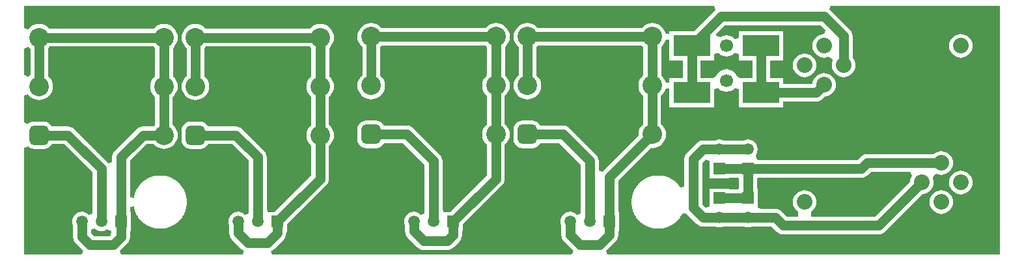
<source format=gbl>
G04*
G04 #@! TF.GenerationSoftware,Altium Limited,Altium Designer,18.1.9 (240)*
G04*
G04 Layer_Physical_Order=2*
G04 Layer_Color=16711680*
%FSLAX25Y25*%
%MOIN*%
G70*
G01*
G75*
%ADD10C,0.05000*%
%ADD11C,0.05906*%
%ADD12R,0.05906X0.05906*%
G04:AMPARAMS|DCode=13|XSize=100mil|YSize=100mil|CornerRadius=25mil|HoleSize=0mil|Usage=FLASHONLY|Rotation=180.000|XOffset=0mil|YOffset=0mil|HoleType=Round|Shape=RoundedRectangle|*
%AMROUNDEDRECTD13*
21,1,0.10000,0.05000,0,0,180.0*
21,1,0.05000,0.10000,0,0,180.0*
1,1,0.05000,-0.02500,0.02500*
1,1,0.05000,0.02500,0.02500*
1,1,0.05000,0.02500,-0.02500*
1,1,0.05000,-0.02500,-0.02500*
%
%ADD13ROUNDEDRECTD13*%
%ADD14C,0.10000*%
%ADD15R,0.05906X0.05906*%
%ADD16R,0.18898X0.11024*%
%ADD17C,0.06693*%
%ADD18C,0.08000*%
G36*
X354453Y126000D02*
X354074Y125709D01*
X343376Y115012D01*
X330835D01*
Y113794D01*
X328887Y113518D01*
X328487Y114837D01*
X327837Y116053D01*
X326962Y117119D01*
X325896Y117994D01*
X324680Y118644D01*
X323360Y119044D01*
X321988Y119179D01*
X320616Y119044D01*
X319296Y118644D01*
X318080Y117994D01*
X317015Y117119D01*
X316658Y116684D01*
X263382D01*
X263025Y117119D01*
X261959Y117994D01*
X260743Y118644D01*
X259423Y119044D01*
X258051Y119179D01*
X256679Y119044D01*
X255359Y118644D01*
X254143Y117994D01*
X253078Y117119D01*
X252203Y116053D01*
X251553Y114837D01*
X251152Y113518D01*
X251017Y112146D01*
X251152Y110773D01*
X251553Y109454D01*
X252203Y108238D01*
X253078Y107172D01*
X253512Y106815D01*
Y92476D01*
X253078Y92119D01*
X252203Y91053D01*
X251553Y89837D01*
X251152Y88518D01*
X251017Y87146D01*
X251152Y85773D01*
X251553Y84454D01*
X252203Y83238D01*
X253078Y82172D01*
X254143Y81297D01*
X255359Y80647D01*
X256679Y80247D01*
X258051Y80112D01*
X259423Y80247D01*
X260743Y80647D01*
X261959Y81297D01*
X263025Y82172D01*
X263900Y83238D01*
X264550Y84454D01*
X264950Y85773D01*
X265085Y87146D01*
X264950Y88518D01*
X264550Y89837D01*
X263900Y91053D01*
X263025Y92119D01*
X262590Y92476D01*
Y106815D01*
X263025Y107172D01*
X263382Y107607D01*
X316658D01*
X317015Y107172D01*
X317449Y106815D01*
Y92509D01*
X316975Y92119D01*
X316100Y91053D01*
X315450Y89837D01*
X315050Y88518D01*
X314915Y87146D01*
X315050Y85773D01*
X315450Y84454D01*
X316100Y83238D01*
X316975Y82172D01*
X317410Y81815D01*
Y67476D01*
X316975Y67119D01*
X316100Y66053D01*
X315450Y64837D01*
X315050Y63518D01*
X314915Y62146D01*
X314970Y61586D01*
X296791Y43406D01*
X296539Y43078D01*
X294539Y43757D01*
Y48500D01*
X294384Y49675D01*
X293931Y50769D01*
X293209Y51709D01*
X279564Y65355D01*
X278624Y66076D01*
X277529Y66530D01*
X276354Y66685D01*
X264577D01*
X264482Y66915D01*
X263761Y67855D01*
X262821Y68576D01*
X261726Y69030D01*
X260551Y69184D01*
X255551D01*
X254376Y69030D01*
X253282Y68576D01*
X252342Y67855D01*
X251620Y66915D01*
X251167Y65820D01*
X251012Y64646D01*
Y59646D01*
X251167Y58471D01*
X251620Y57376D01*
X252342Y56436D01*
X253282Y55715D01*
X254376Y55261D01*
X255551Y55107D01*
X260551D01*
X261726Y55261D01*
X262821Y55715D01*
X263761Y56436D01*
X264482Y57376D01*
X264577Y57607D01*
X274474D01*
X285461Y46620D01*
Y21804D01*
X283793Y21137D01*
X283461Y21087D01*
X282498Y21826D01*
X281293Y22325D01*
X280000Y22496D01*
X278707Y22325D01*
X277502Y21826D01*
X276468Y21032D01*
X275674Y19998D01*
X275175Y18793D01*
X275005Y17500D01*
X275175Y16207D01*
X275461Y15516D01*
Y10500D01*
X275616Y9325D01*
X276069Y8231D01*
X276791Y7291D01*
X281581Y2500D01*
X281457Y1664D01*
X280839Y500D01*
X127500D01*
X126816Y2381D01*
X127269Y2569D01*
X128209Y3291D01*
X133209Y8291D01*
X133931Y9231D01*
X134384Y10325D01*
X134437Y10729D01*
X134953Y12547D01*
X134953Y12547D01*
X134953Y12547D01*
Y16034D01*
X155158Y36239D01*
X155880Y37179D01*
X156333Y38274D01*
X156488Y39449D01*
Y56421D01*
X156922Y56778D01*
X157797Y57844D01*
X158447Y59060D01*
X158847Y60380D01*
X158983Y61752D01*
X158847Y63124D01*
X158447Y64444D01*
X157797Y65660D01*
X156922Y66726D01*
X156488Y67083D01*
Y81421D01*
X156922Y81778D01*
X157797Y82844D01*
X158447Y84060D01*
X158847Y85380D01*
X158983Y86752D01*
X158847Y88124D01*
X158447Y89444D01*
X157797Y90660D01*
X156922Y91726D01*
X156527Y92050D01*
Y106421D01*
X156962Y106778D01*
X157837Y107844D01*
X158487Y109060D01*
X158887Y110380D01*
X159022Y111752D01*
X158887Y113124D01*
X158487Y114444D01*
X157837Y115660D01*
X156962Y116726D01*
X155896Y117600D01*
X154680Y118250D01*
X153360Y118651D01*
X151988Y118786D01*
X150616Y118651D01*
X149296Y118250D01*
X148080Y117600D01*
X147014Y116726D01*
X146658Y116291D01*
X93382D01*
X93025Y116726D01*
X91959Y117600D01*
X90743Y118250D01*
X89423Y118651D01*
X88051Y118786D01*
X86679Y118651D01*
X85359Y118250D01*
X84143Y117600D01*
X83078Y116726D01*
X82203Y115660D01*
X81553Y114444D01*
X81152Y113124D01*
X81017Y111752D01*
X81152Y110380D01*
X81553Y109060D01*
X82203Y107844D01*
X83078Y106778D01*
X83512Y106421D01*
Y92083D01*
X83078Y91726D01*
X82203Y90660D01*
X81553Y89444D01*
X81152Y88124D01*
X81017Y86752D01*
X81152Y85380D01*
X81553Y84060D01*
X82203Y82844D01*
X83078Y81778D01*
X84143Y80904D01*
X85359Y80253D01*
X86679Y79853D01*
X88051Y79718D01*
X89423Y79853D01*
X90743Y80253D01*
X91959Y80904D01*
X93025Y81778D01*
X93900Y82844D01*
X94550Y84060D01*
X94950Y85380D01*
X95085Y86752D01*
X94950Y88124D01*
X94550Y89444D01*
X93900Y90660D01*
X93025Y91726D01*
X92590Y92083D01*
Y106421D01*
X93025Y106778D01*
X93382Y107213D01*
X146658D01*
X147014Y106778D01*
X147449Y106421D01*
Y92115D01*
X146975Y91726D01*
X146100Y90660D01*
X145450Y89444D01*
X145050Y88124D01*
X144915Y86752D01*
X145050Y85380D01*
X145450Y84060D01*
X146100Y82844D01*
X146975Y81778D01*
X147410Y81421D01*
Y67083D01*
X146975Y66726D01*
X146100Y65660D01*
X145450Y64444D01*
X145050Y63124D01*
X144915Y61752D01*
X145050Y60380D01*
X145450Y59060D01*
X146100Y57844D01*
X146975Y56778D01*
X147410Y56421D01*
Y41329D01*
X128534Y22453D01*
X125047Y22453D01*
X124539Y24242D01*
Y50500D01*
X124384Y51675D01*
X123931Y52769D01*
X123209Y53709D01*
X111958Y64961D01*
X111017Y65683D01*
X109923Y66136D01*
X108748Y66291D01*
X94577D01*
X94482Y66521D01*
X93761Y67461D01*
X92821Y68183D01*
X91726Y68636D01*
X90551Y68791D01*
X85551D01*
X84376Y68636D01*
X83282Y68183D01*
X82342Y67461D01*
X81620Y66521D01*
X81167Y65427D01*
X81012Y64252D01*
Y59252D01*
X81167Y58077D01*
X81620Y56983D01*
X82342Y56042D01*
X83282Y55321D01*
X84376Y54868D01*
X85551Y54713D01*
X90551D01*
X91726Y54868D01*
X92821Y55321D01*
X93761Y56042D01*
X94482Y56983D01*
X94577Y57213D01*
X106868D01*
X115461Y48620D01*
Y21804D01*
X113794Y21137D01*
X113461Y21087D01*
X112498Y21826D01*
X111293Y22325D01*
X110000Y22496D01*
X108707Y22325D01*
X107502Y21826D01*
X106468Y21032D01*
X105674Y19998D01*
X105175Y18793D01*
X105005Y17500D01*
X105175Y16207D01*
X105461Y15516D01*
Y11500D01*
X105616Y10325D01*
X106069Y9231D01*
X106791Y8291D01*
X111791Y3291D01*
X112731Y2569D01*
X112898Y2500D01*
X112500Y500D01*
X50161D01*
X49543Y1664D01*
X49419Y2500D01*
X53209Y6290D01*
X53209Y6291D01*
X53931Y7231D01*
X54384Y8325D01*
X54539Y9500D01*
Y12547D01*
X54953D01*
Y22453D01*
X54539D01*
Y25123D01*
X56539Y25254D01*
X56577Y24966D01*
X56620Y24838D01*
X56629Y24704D01*
X57022Y23235D01*
X57082Y23115D01*
X57108Y22983D01*
X57690Y21578D01*
X57765Y21466D01*
X57808Y21339D01*
X58568Y20022D01*
X58657Y19921D01*
X58716Y19800D01*
X59642Y18594D01*
X59743Y18505D01*
X59818Y18393D01*
X60893Y17318D01*
X61005Y17243D01*
X61094Y17142D01*
X62300Y16217D01*
X62421Y16157D01*
X62522Y16068D01*
X63839Y15308D01*
X63966Y15265D01*
X64078Y15190D01*
X65483Y14608D01*
X65615Y14582D01*
X65736Y14522D01*
X67204Y14129D01*
X67339Y14120D01*
X67466Y14077D01*
X68973Y13878D01*
X69108Y13887D01*
X69240Y13861D01*
X70760D01*
X70892Y13887D01*
X71026Y13878D01*
X72534Y14077D01*
X72662Y14120D01*
X72796Y14129D01*
X74265Y14522D01*
X74385Y14582D01*
X74517Y14608D01*
X75922Y15190D01*
X76034Y15265D01*
X76161Y15308D01*
X77478Y16068D01*
X77579Y16157D01*
X77700Y16217D01*
X78906Y17142D01*
X78995Y17243D01*
X79107Y17318D01*
X80182Y18393D01*
X80257Y18505D01*
X80358Y18594D01*
X81283Y19800D01*
X81343Y19921D01*
X81432Y20022D01*
X82192Y21339D01*
X82235Y21466D01*
X82310Y21578D01*
X82892Y22983D01*
X82918Y23115D01*
X82978Y23235D01*
X83371Y24704D01*
X83380Y24838D01*
X83423Y24966D01*
X83622Y26474D01*
X83613Y26608D01*
X83639Y26740D01*
Y28260D01*
X83613Y28392D01*
X83622Y28526D01*
X83423Y30034D01*
X83380Y30161D01*
X83371Y30296D01*
X82978Y31765D01*
X82918Y31885D01*
X82892Y32017D01*
X82310Y33422D01*
X82235Y33534D01*
X82192Y33661D01*
X81432Y34978D01*
X81343Y35079D01*
X81283Y35200D01*
X80358Y36406D01*
X80257Y36495D01*
X80182Y36607D01*
X79107Y37682D01*
X78995Y37757D01*
X78906Y37858D01*
X77700Y38783D01*
X77579Y38843D01*
X77478Y38932D01*
X76161Y39692D01*
X76034Y39735D01*
X75922Y39810D01*
X74517Y40392D01*
X74385Y40418D01*
X74265Y40478D01*
X72796Y40871D01*
X72662Y40880D01*
X72534Y40923D01*
X71026Y41122D01*
X70892Y41113D01*
X70760Y41139D01*
X69240D01*
X69108Y41113D01*
X68973Y41122D01*
X67466Y40923D01*
X67339Y40880D01*
X67204Y40871D01*
X65736Y40478D01*
X65615Y40418D01*
X65483Y40392D01*
X64078Y39810D01*
X63966Y39735D01*
X63839Y39692D01*
X62522Y38932D01*
X62421Y38843D01*
X62300Y38783D01*
X61094Y37858D01*
X61005Y37757D01*
X60893Y37682D01*
X59818Y36607D01*
X59743Y36495D01*
X59642Y36406D01*
X58716Y35200D01*
X58657Y35079D01*
X58568Y34978D01*
X57808Y33661D01*
X57765Y33534D01*
X57690Y33422D01*
X57108Y32017D01*
X57082Y31885D01*
X57022Y31765D01*
X56629Y30296D01*
X56620Y30161D01*
X56577Y30034D01*
X56539Y29746D01*
X54539Y29877D01*
Y48620D01*
X63132Y57213D01*
X66618D01*
X66975Y56778D01*
X68041Y55904D01*
X69257Y55253D01*
X70577Y54853D01*
X71949Y54718D01*
X73321Y54853D01*
X74641Y55253D01*
X75857Y55904D01*
X76923Y56778D01*
X77797Y57844D01*
X78447Y59060D01*
X78847Y60380D01*
X78983Y61752D01*
X78847Y63124D01*
X78447Y64444D01*
X77797Y65660D01*
X76923Y66726D01*
X76488Y67083D01*
Y81421D01*
X76923Y81778D01*
X77797Y82844D01*
X78447Y84060D01*
X78847Y85380D01*
X78983Y86752D01*
X78847Y88124D01*
X78447Y89444D01*
X77797Y90660D01*
X76923Y91726D01*
X76527Y92050D01*
Y106421D01*
X76962Y106778D01*
X77837Y107844D01*
X78487Y109060D01*
X78887Y110380D01*
X79022Y111752D01*
X78887Y113124D01*
X78487Y114444D01*
X77837Y115660D01*
X76962Y116726D01*
X75896Y117600D01*
X74680Y118250D01*
X73360Y118651D01*
X71988Y118786D01*
X70616Y118651D01*
X69296Y118250D01*
X68080Y117600D01*
X67014Y116726D01*
X66658Y116291D01*
X13382D01*
X13025Y116726D01*
X11959Y117600D01*
X10743Y118250D01*
X9423Y118651D01*
X8051Y118786D01*
X6679Y118651D01*
X5359Y118250D01*
X4143Y117600D01*
X3077Y116726D01*
X2500Y116022D01*
X1120Y116291D01*
X500Y116653D01*
Y128000D01*
X353774D01*
X354453Y126000D01*
D02*
G37*
G36*
X3512Y105936D02*
Y92568D01*
X2500Y91668D01*
X500Y92479D01*
Y106025D01*
X2500Y106836D01*
X3512Y105936D01*
D02*
G37*
G36*
X500000Y500D02*
X299161D01*
X298543Y1664D01*
X298419Y2500D01*
X303209Y7291D01*
X303931Y8231D01*
X304384Y9325D01*
X304539Y10500D01*
X304539Y10500D01*
Y12547D01*
X304953D01*
Y22453D01*
X304539D01*
Y38317D01*
X321389Y55167D01*
X321949Y55112D01*
X323321Y55247D01*
X324641Y55647D01*
X325857Y56297D01*
X326922Y57172D01*
X327797Y58238D01*
X328447Y59454D01*
X328848Y60773D01*
X328983Y62146D01*
X328848Y63518D01*
X328447Y64837D01*
X327797Y66053D01*
X326922Y67119D01*
X326488Y67476D01*
Y81815D01*
X326922Y82172D01*
X327797Y83238D01*
X328447Y84454D01*
X328848Y85773D01*
X330835Y85571D01*
Y75972D01*
X353732D01*
Y85237D01*
X355732Y85916D01*
X355906Y85690D01*
X357105Y84769D01*
X358502Y84191D01*
X360000Y83994D01*
X361498Y84191D01*
X362895Y84769D01*
X364094Y85690D01*
X364268Y85916D01*
X366268Y85237D01*
Y75972D01*
X389165D01*
Y78945D01*
X405984D01*
X407159Y79100D01*
X408254Y79554D01*
X409194Y80275D01*
X410432Y81514D01*
X411176Y81587D01*
X412307Y81930D01*
X413349Y82487D01*
X414263Y83237D01*
X415013Y84150D01*
X415570Y85193D01*
X415913Y86324D01*
X416029Y87500D01*
X415913Y88676D01*
X415570Y89807D01*
X415013Y90850D01*
X414263Y91763D01*
X413349Y92513D01*
X412307Y93070D01*
X411176Y93413D01*
X410000Y93529D01*
X408824Y93413D01*
X407693Y93070D01*
X406650Y92513D01*
X405737Y91763D01*
X404987Y90850D01*
X404430Y89807D01*
X404087Y88676D01*
X404023Y88023D01*
X389165D01*
Y90996D01*
X382255D01*
Y99988D01*
X389165D01*
Y115012D01*
X366268D01*
Y111561D01*
X364268Y110882D01*
X363883Y111383D01*
X362746Y112256D01*
X361421Y112805D01*
X360000Y112992D01*
X358579Y112805D01*
X357254Y112256D01*
X356943Y112018D01*
X354769Y112687D01*
X354735Y112720D01*
X354586Y113384D01*
X359163Y117961D01*
X408120D01*
X410602Y115479D01*
X410196Y114164D01*
X409748Y113504D01*
X408824Y113413D01*
X407693Y113070D01*
X406650Y112513D01*
X405737Y111763D01*
X404987Y110849D01*
X404430Y109807D01*
X404087Y108676D01*
X403971Y107500D01*
X404087Y106324D01*
X404430Y105193D01*
X404987Y104150D01*
X405737Y103237D01*
X406650Y102487D01*
X407693Y101930D01*
X408824Y101587D01*
X410000Y101471D01*
X411176Y101587D01*
X412041Y101849D01*
X412609Y101745D01*
X414286Y100720D01*
X414473Y99888D01*
X414430Y99807D01*
X414087Y98676D01*
X413971Y97500D01*
X414087Y96324D01*
X414430Y95193D01*
X414987Y94151D01*
X415737Y93237D01*
X416650Y92487D01*
X417693Y91930D01*
X418824Y91587D01*
X420000Y91471D01*
X421176Y91587D01*
X422307Y91930D01*
X423350Y92487D01*
X424263Y93237D01*
X425013Y94151D01*
X425570Y95193D01*
X425913Y96324D01*
X426029Y97500D01*
X425913Y98676D01*
X425570Y99807D01*
X425013Y100849D01*
X424539Y101427D01*
Y112500D01*
X424539Y112500D01*
X424384Y113675D01*
X423931Y114769D01*
X423209Y115709D01*
X423209Y115709D01*
X413209Y125709D01*
X412831Y126000D01*
X413510Y128000D01*
X500000D01*
X500000Y500D01*
D02*
G37*
G36*
X356117Y103617D02*
X357254Y102744D01*
X358579Y102195D01*
X360000Y102008D01*
X361421Y102195D01*
X362746Y102744D01*
X363883Y103617D01*
X364268Y104118D01*
X366268Y103439D01*
Y99988D01*
X373178D01*
Y90996D01*
X367440D01*
X366106Y91202D01*
X365085Y92506D01*
X365014Y92678D01*
X364094Y93877D01*
X362895Y94797D01*
X361498Y95376D01*
X360000Y95573D01*
X358502Y95376D01*
X357105Y94797D01*
X355906Y93877D01*
X354986Y92678D01*
X354915Y92506D01*
X353894Y91202D01*
X352560Y90996D01*
X346822D01*
Y99988D01*
X353732D01*
Y103439D01*
X355732Y104118D01*
X356117Y103617D01*
D02*
G37*
G36*
X330835Y110498D02*
Y99988D01*
X337745D01*
Y90996D01*
X330835D01*
Y88720D01*
X328848Y88518D01*
X328447Y89837D01*
X327797Y91053D01*
X326922Y92119D01*
X326527Y92444D01*
Y106815D01*
X326962Y107172D01*
X327837Y108238D01*
X328487Y109454D01*
X328887Y110773D01*
X330835Y110498D01*
D02*
G37*
G36*
X67014Y106778D02*
X67449Y106421D01*
Y92115D01*
X66975Y91726D01*
X66100Y90660D01*
X65450Y89444D01*
X65050Y88124D01*
X64915Y86752D01*
X65050Y85380D01*
X65450Y84060D01*
X66100Y82844D01*
X66975Y81778D01*
X67410Y81421D01*
Y67083D01*
X66975Y66726D01*
X66618Y66291D01*
X61252D01*
X60077Y66136D01*
X58983Y65683D01*
X58043Y64961D01*
X46791Y53709D01*
X46069Y52769D01*
X45616Y51675D01*
X45461Y50500D01*
Y48060D01*
X43461Y47381D01*
X43209Y47709D01*
X25958Y64961D01*
X25017Y65683D01*
X23923Y66136D01*
X22748Y66291D01*
X14577D01*
X14482Y66521D01*
X13761Y67461D01*
X12821Y68183D01*
X11726Y68636D01*
X10551Y68791D01*
X5551D01*
X4376Y68636D01*
X3282Y68183D01*
X2500Y67583D01*
X1816Y67714D01*
X500Y68347D01*
Y81851D01*
X1120Y82213D01*
X2500Y82482D01*
X3077Y81778D01*
X4143Y80904D01*
X5359Y80253D01*
X6679Y79853D01*
X8051Y79718D01*
X9423Y79853D01*
X10743Y80253D01*
X11959Y80904D01*
X13025Y81778D01*
X13900Y82844D01*
X14550Y84060D01*
X14950Y85380D01*
X15085Y86752D01*
X14950Y88124D01*
X14550Y89444D01*
X13900Y90660D01*
X13025Y91726D01*
X12590Y92083D01*
Y106421D01*
X13025Y106778D01*
X13382Y107213D01*
X66658D01*
X67014Y106778D01*
D02*
G37*
G36*
X35461Y42620D02*
Y21804D01*
X33794Y21137D01*
X33461Y21087D01*
X32498Y21826D01*
X31293Y22325D01*
X30000Y22496D01*
X28707Y22325D01*
X27502Y21826D01*
X26468Y21032D01*
X25674Y19998D01*
X25175Y18793D01*
X25005Y17500D01*
X25175Y16207D01*
X25461Y15516D01*
Y9500D01*
X25616Y8325D01*
X26069Y7231D01*
X26791Y6291D01*
X30581Y2500D01*
X30457Y1664D01*
X29839Y500D01*
X500D01*
Y55157D01*
X1816Y55790D01*
X2500Y55921D01*
X3282Y55321D01*
X4376Y54868D01*
X5551Y54713D01*
X10551D01*
X11726Y54868D01*
X12821Y55321D01*
X13761Y56042D01*
X14482Y56983D01*
X14577Y57213D01*
X20868D01*
X35461Y42620D01*
D02*
G37*
G36*
X37502Y13174D02*
X38707Y12675D01*
X40000Y12505D01*
X41293Y12675D01*
X42498Y13174D01*
X43047Y13595D01*
X43426Y13463D01*
X45047Y12547D01*
X44751Y10670D01*
X44120Y10039D01*
X35966D01*
X34587Y11503D01*
X34765Y13286D01*
X36206Y13863D01*
X36539Y13913D01*
X37502Y13174D01*
D02*
G37*
%LPC*%
G36*
X241988Y119179D02*
X240616Y119044D01*
X239296Y118644D01*
X238080Y117994D01*
X237015Y117119D01*
X236658Y116684D01*
X183382D01*
X183025Y117119D01*
X181959Y117994D01*
X180743Y118644D01*
X179423Y119044D01*
X178051Y119179D01*
X176679Y119044D01*
X175359Y118644D01*
X174143Y117994D01*
X173077Y117119D01*
X172203Y116053D01*
X171553Y114837D01*
X171152Y113518D01*
X171017Y112146D01*
X171152Y110773D01*
X171553Y109454D01*
X172203Y108238D01*
X173077Y107172D01*
X173512Y106815D01*
Y92476D01*
X173077Y92119D01*
X172203Y91053D01*
X171553Y89837D01*
X171152Y88518D01*
X171017Y87146D01*
X171152Y85773D01*
X171553Y84454D01*
X172203Y83238D01*
X173077Y82172D01*
X174143Y81297D01*
X175359Y80647D01*
X176679Y80247D01*
X178051Y80112D01*
X179423Y80247D01*
X180743Y80647D01*
X181959Y81297D01*
X183025Y82172D01*
X183900Y83238D01*
X184550Y84454D01*
X184950Y85773D01*
X185085Y87146D01*
X184950Y88518D01*
X184550Y89837D01*
X183900Y91053D01*
X183025Y92119D01*
X182590Y92476D01*
Y106815D01*
X183025Y107172D01*
X183382Y107607D01*
X236658D01*
X237015Y107172D01*
X237449Y106815D01*
Y92509D01*
X236975Y92119D01*
X236100Y91053D01*
X235450Y89837D01*
X235050Y88518D01*
X234915Y87146D01*
X235050Y85773D01*
X235450Y84454D01*
X236100Y83238D01*
X236975Y82172D01*
X237410Y81815D01*
Y67476D01*
X236975Y67119D01*
X236100Y66053D01*
X235450Y64837D01*
X235050Y63518D01*
X234915Y62146D01*
X235050Y60773D01*
X235450Y59454D01*
X236100Y58238D01*
X236975Y57172D01*
X237410Y56815D01*
Y41329D01*
X218534Y22453D01*
X215047Y22453D01*
X214539Y24242D01*
Y48500D01*
X214384Y49675D01*
X213931Y50769D01*
X213209Y51709D01*
X199564Y65355D01*
X198624Y66076D01*
X197529Y66530D01*
X196354Y66685D01*
X184577D01*
X184482Y66915D01*
X183761Y67855D01*
X182821Y68576D01*
X181726Y69030D01*
X180551Y69184D01*
X175551D01*
X174376Y69030D01*
X173282Y68576D01*
X172342Y67855D01*
X171620Y66915D01*
X171167Y65820D01*
X171012Y64646D01*
Y59646D01*
X171167Y58471D01*
X171620Y57376D01*
X172342Y56436D01*
X173282Y55715D01*
X174376Y55261D01*
X175551Y55107D01*
X180551D01*
X181726Y55261D01*
X182821Y55715D01*
X183761Y56436D01*
X184482Y57376D01*
X184577Y57607D01*
X194474D01*
X205461Y46620D01*
Y21804D01*
X203794Y21137D01*
X203461Y21087D01*
X202498Y21826D01*
X201293Y22325D01*
X200000Y22496D01*
X198707Y22325D01*
X197502Y21826D01*
X196468Y21032D01*
X195674Y19998D01*
X195175Y18793D01*
X195004Y17500D01*
X195175Y16207D01*
X195461Y15516D01*
Y12500D01*
X195616Y11325D01*
X196069Y10231D01*
X196791Y9291D01*
X201791Y4291D01*
X202731Y3569D01*
X203825Y3116D01*
X205000Y2961D01*
X205000Y2961D01*
X217000D01*
X218175Y3116D01*
X219269Y3569D01*
X220209Y4291D01*
X223209Y7291D01*
X223931Y8231D01*
X224384Y9325D01*
X224539Y10500D01*
Y12547D01*
X224953D01*
Y16034D01*
X245158Y36239D01*
X245880Y37179D01*
X246333Y38274D01*
X246488Y39449D01*
Y56815D01*
X246922Y57172D01*
X247797Y58238D01*
X248447Y59454D01*
X248848Y60773D01*
X248983Y62146D01*
X248848Y63518D01*
X248447Y64837D01*
X247797Y66053D01*
X246922Y67119D01*
X246488Y67476D01*
Y81815D01*
X246922Y82172D01*
X247797Y83238D01*
X248447Y84454D01*
X248848Y85773D01*
X248983Y87146D01*
X248848Y88518D01*
X248447Y89837D01*
X247797Y91053D01*
X246922Y92119D01*
X246527Y92444D01*
Y106815D01*
X246962Y107172D01*
X247837Y108238D01*
X248487Y109454D01*
X248887Y110773D01*
X249022Y112146D01*
X248887Y113518D01*
X248487Y114837D01*
X247837Y116053D01*
X246962Y117119D01*
X245896Y117994D01*
X244680Y118644D01*
X243360Y119044D01*
X241988Y119179D01*
D02*
G37*
G36*
X480000Y113529D02*
X478824Y113413D01*
X477693Y113070D01*
X476650Y112513D01*
X475737Y111763D01*
X474987Y110849D01*
X474430Y109807D01*
X474087Y108676D01*
X473971Y107500D01*
X474087Y106324D01*
X474430Y105193D01*
X474987Y104150D01*
X475737Y103237D01*
X476650Y102487D01*
X477693Y101930D01*
X478824Y101587D01*
X480000Y101471D01*
X481176Y101587D01*
X482307Y101930D01*
X483350Y102487D01*
X484263Y103237D01*
X485013Y104150D01*
X485570Y105193D01*
X485913Y106324D01*
X486029Y107500D01*
X485913Y108676D01*
X485570Y109807D01*
X485013Y110849D01*
X484263Y111763D01*
X483350Y112513D01*
X482307Y113070D01*
X481176Y113413D01*
X480000Y113529D01*
D02*
G37*
G36*
X400000Y103529D02*
X398824Y103413D01*
X397693Y103070D01*
X396651Y102513D01*
X395737Y101763D01*
X394987Y100849D01*
X394430Y99807D01*
X394087Y98676D01*
X393971Y97500D01*
X394087Y96324D01*
X394430Y95193D01*
X394987Y94151D01*
X395737Y93237D01*
X396651Y92487D01*
X397693Y91930D01*
X398824Y91587D01*
X400000Y91471D01*
X401176Y91587D01*
X402307Y91930D01*
X403349Y92487D01*
X404263Y93237D01*
X405013Y94151D01*
X405570Y95193D01*
X405913Y96324D01*
X406029Y97500D01*
X405913Y98676D01*
X405570Y99807D01*
X405013Y100849D01*
X404263Y101763D01*
X403349Y102513D01*
X402307Y103070D01*
X401176Y103413D01*
X400000Y103529D01*
D02*
G37*
G36*
X371000Y59496D02*
X369707Y59325D01*
X369016Y59039D01*
X358268D01*
X357576Y59325D01*
X356283Y59496D01*
X354991Y59325D01*
X354299Y59039D01*
X348000D01*
X348000Y59039D01*
X346825Y58884D01*
X345731Y58431D01*
X344791Y57709D01*
X339791Y52709D01*
X339069Y51769D01*
X338616Y50675D01*
X338461Y49500D01*
Y35463D01*
X336461Y34927D01*
X336432Y34978D01*
X336343Y35079D01*
X336283Y35200D01*
X335358Y36406D01*
X335257Y36495D01*
X335182Y36607D01*
X334107Y37682D01*
X333995Y37757D01*
X333906Y37858D01*
X332700Y38783D01*
X332579Y38843D01*
X332478Y38932D01*
X331161Y39692D01*
X331034Y39735D01*
X330922Y39810D01*
X329517Y40392D01*
X329385Y40418D01*
X329264Y40478D01*
X327796Y40871D01*
X327661Y40880D01*
X327534Y40923D01*
X326027Y41122D01*
X325892Y41113D01*
X325760Y41139D01*
X324240D01*
X324108Y41113D01*
X323973Y41122D01*
X322466Y40923D01*
X322339Y40880D01*
X322204Y40871D01*
X320736Y40478D01*
X320615Y40418D01*
X320483Y40392D01*
X319078Y39810D01*
X318966Y39735D01*
X318839Y39692D01*
X317522Y38932D01*
X317421Y38843D01*
X317300Y38783D01*
X316094Y37858D01*
X316005Y37757D01*
X315893Y37682D01*
X314818Y36607D01*
X314743Y36495D01*
X314642Y36406D01*
X313717Y35200D01*
X313657Y35079D01*
X313568Y34978D01*
X312808Y33661D01*
X312765Y33534D01*
X312690Y33422D01*
X312108Y32017D01*
X312082Y31885D01*
X312022Y31765D01*
X311629Y30296D01*
X311620Y30161D01*
X311577Y30034D01*
X311378Y28526D01*
X311387Y28392D01*
X311361Y28260D01*
Y26740D01*
X311387Y26608D01*
X311378Y26474D01*
X311577Y24966D01*
X311620Y24838D01*
X311629Y24704D01*
X312022Y23235D01*
X312082Y23115D01*
X312108Y22983D01*
X312690Y21578D01*
X312765Y21466D01*
X312808Y21339D01*
X313568Y20022D01*
X313657Y19921D01*
X313717Y19800D01*
X314642Y18594D01*
X314743Y18505D01*
X314818Y18393D01*
X315893Y17318D01*
X316005Y17243D01*
X316094Y17142D01*
X317300Y16217D01*
X317421Y16157D01*
X317522Y16068D01*
X318839Y15308D01*
X318966Y15265D01*
X319078Y15190D01*
X320483Y14608D01*
X320615Y14582D01*
X320736Y14522D01*
X322204Y14129D01*
X322339Y14120D01*
X322466Y14077D01*
X323973Y13878D01*
X324108Y13887D01*
X324240Y13861D01*
X325760D01*
X325892Y13887D01*
X326027Y13878D01*
X327534Y14077D01*
X327661Y14120D01*
X327796Y14129D01*
X329264Y14522D01*
X329385Y14582D01*
X329517Y14608D01*
X330922Y15190D01*
X331034Y15265D01*
X331161Y15308D01*
X332478Y16068D01*
X332579Y16157D01*
X332700Y16217D01*
X333906Y17142D01*
X333995Y17243D01*
X334107Y17318D01*
X335182Y18393D01*
X335257Y18505D01*
X335358Y18594D01*
X336283Y19800D01*
X336343Y19921D01*
X336432Y20022D01*
X337192Y21339D01*
X337231Y21455D01*
X337376Y21525D01*
X337593Y21615D01*
X339508Y21659D01*
X339791Y21291D01*
X344791Y16291D01*
X345731Y15569D01*
X346825Y15116D01*
X348000Y14961D01*
X348000Y14961D01*
X354299D01*
X354991Y14675D01*
X356283Y14504D01*
X357576Y14675D01*
X358268Y14961D01*
X369016D01*
X369707Y14675D01*
X371000Y14504D01*
X372293Y14675D01*
X372985Y14961D01*
X383120D01*
X385790Y12291D01*
X385791Y12291D01*
X386731Y11569D01*
X387825Y11116D01*
X389000Y10961D01*
X438000D01*
X439175Y11116D01*
X440269Y11569D01*
X441209Y12291D01*
X460432Y31514D01*
X461176Y31587D01*
X462307Y31930D01*
X463349Y32487D01*
X464263Y33237D01*
X465013Y34150D01*
X465570Y35193D01*
X465913Y36324D01*
X466029Y37500D01*
X465913Y38676D01*
X465651Y39541D01*
X465755Y40110D01*
X466780Y41786D01*
X467612Y41973D01*
X467693Y41930D01*
X468824Y41587D01*
X470000Y41471D01*
X471176Y41587D01*
X472307Y41930D01*
X473350Y42487D01*
X474263Y43237D01*
X475013Y44151D01*
X475570Y45193D01*
X475913Y46324D01*
X476029Y47500D01*
X475913Y48676D01*
X475570Y49807D01*
X475013Y50849D01*
X474263Y51763D01*
X473350Y52513D01*
X472307Y53070D01*
X471176Y53413D01*
X470000Y53529D01*
X468824Y53413D01*
X467693Y53070D01*
X466650Y52513D01*
X466073Y52039D01*
X432000D01*
X430825Y51884D01*
X429731Y51431D01*
X428791Y50709D01*
X427120Y49039D01*
X375953D01*
Y49453D01*
X375791D01*
X375468Y49842D01*
X374905Y51453D01*
X375326Y52002D01*
X375825Y53207D01*
X375995Y54500D01*
X375825Y55793D01*
X375326Y56998D01*
X374532Y58032D01*
X373498Y58826D01*
X372293Y59325D01*
X371000Y59496D01*
D02*
G37*
G36*
X480000Y43529D02*
X478824Y43413D01*
X477693Y43070D01*
X476650Y42513D01*
X475737Y41763D01*
X474987Y40850D01*
X474430Y39807D01*
X474087Y38676D01*
X473971Y37500D01*
X474087Y36324D01*
X474430Y35193D01*
X474987Y34150D01*
X475737Y33237D01*
X476650Y32487D01*
X477693Y31930D01*
X478824Y31587D01*
X480000Y31471D01*
X481176Y31587D01*
X482307Y31930D01*
X483350Y32487D01*
X484263Y33237D01*
X485013Y34150D01*
X485570Y35193D01*
X485913Y36324D01*
X486029Y37500D01*
X485913Y38676D01*
X485570Y39807D01*
X485013Y40850D01*
X484263Y41763D01*
X483350Y42513D01*
X482307Y43070D01*
X481176Y43413D01*
X480000Y43529D01*
D02*
G37*
G36*
X470000Y33529D02*
X468824Y33413D01*
X467693Y33070D01*
X466650Y32513D01*
X465737Y31763D01*
X464987Y30849D01*
X464430Y29807D01*
X464087Y28676D01*
X463971Y27500D01*
X464087Y26324D01*
X464430Y25193D01*
X464987Y24150D01*
X465737Y23237D01*
X466650Y22487D01*
X467693Y21930D01*
X468824Y21587D01*
X470000Y21471D01*
X471176Y21587D01*
X472307Y21930D01*
X473350Y22487D01*
X474263Y23237D01*
X475013Y24150D01*
X475570Y25193D01*
X475913Y26324D01*
X476029Y27500D01*
X475913Y28676D01*
X475570Y29807D01*
X475013Y30849D01*
X474263Y31763D01*
X473350Y32513D01*
X472307Y33070D01*
X471176Y33413D01*
X470000Y33529D01*
D02*
G37*
%LPD*%
G36*
X351331Y48635D02*
Y39547D01*
X361236D01*
Y39961D01*
X366047D01*
Y39547D01*
X366461D01*
Y34453D01*
X366047D01*
Y34039D01*
X361236D01*
Y34453D01*
X351331D01*
Y25365D01*
X349331Y24588D01*
X347539Y26380D01*
Y47620D01*
X349331Y49412D01*
X351331Y48635D01*
D02*
G37*
G36*
X455079Y40961D02*
X454987Y40850D01*
X454430Y39807D01*
X454087Y38676D01*
X454014Y37932D01*
X436120Y20039D01*
X403496D01*
X403365Y20266D01*
X403350Y22487D01*
X404263Y23237D01*
X405013Y24150D01*
X405570Y25193D01*
X405913Y26324D01*
X406029Y27500D01*
X405913Y28676D01*
X405570Y29807D01*
X405013Y30849D01*
X404263Y31763D01*
X403349Y32513D01*
X402307Y33070D01*
X401176Y33413D01*
X400000Y33529D01*
X398824Y33413D01*
X397693Y33070D01*
X396651Y32513D01*
X395737Y31763D01*
X394987Y30849D01*
X394430Y29807D01*
X394087Y28676D01*
X393971Y27500D01*
X394087Y26324D01*
X394430Y25193D01*
X394987Y24150D01*
X395737Y23237D01*
X396650Y22487D01*
X396635Y20266D01*
X396504Y20039D01*
X390880D01*
X388209Y22709D01*
X387269Y23431D01*
X386175Y23884D01*
X385000Y24039D01*
X377742D01*
X375953Y24547D01*
Y34453D01*
X375539D01*
Y39547D01*
X375953D01*
Y39961D01*
X429000D01*
X430175Y40116D01*
X431269Y40569D01*
X432209Y41291D01*
X433880Y42961D01*
X454133D01*
X455079Y40961D01*
D02*
G37*
D10*
X280000Y10500D02*
Y17500D01*
Y10500D02*
X285000Y5500D01*
X295000D01*
X300000Y10500D01*
Y17500D01*
Y40197D01*
X321949Y62146D01*
X290000Y17500D02*
Y48500D01*
X276354Y62146D02*
X290000Y48500D01*
X258051Y62146D02*
X276354D01*
X210000Y17500D02*
Y48500D01*
X196354Y62146D02*
X210000Y48500D01*
X178051Y62146D02*
X196354D01*
X200000Y12500D02*
Y17500D01*
Y12500D02*
X205000Y7500D01*
X217000D01*
X220000Y10500D01*
Y17500D01*
X241949Y39449D01*
Y62146D01*
X130000Y11500D02*
Y17500D01*
X125000Y6500D02*
X130000Y11500D01*
X115000Y6500D02*
X125000D01*
X110000Y11500D02*
X115000Y6500D01*
X110000Y11500D02*
Y17500D01*
X130000D02*
X151949Y39449D01*
Y61752D01*
X120000Y17500D02*
Y50500D01*
X108748Y61752D02*
X120000Y50500D01*
X88051Y61752D02*
X108748D01*
X30000Y9500D02*
Y17500D01*
Y9500D02*
X34000Y5500D01*
X46000D01*
X50000Y9500D01*
Y17500D01*
X40000D02*
Y44500D01*
X22748Y61752D02*
X40000Y44500D01*
X8051Y61752D02*
X22748D01*
X50000Y17500D02*
Y50500D01*
X61252Y61752D01*
X71949D01*
X438000Y15500D02*
X460000Y37500D01*
X389000Y15500D02*
X438000D01*
X385000Y19500D02*
X389000Y15500D01*
X371000Y19500D02*
X385000D01*
X432000Y47500D02*
X470000D01*
X429000Y44500D02*
X432000Y47500D01*
X371000Y44500D02*
X429000D01*
X348000Y19500D02*
X356283D01*
X343000Y24500D02*
X348000Y19500D01*
X343000Y24500D02*
Y49500D01*
X348000Y54500D02*
X356283D01*
X343000Y49500D02*
X348000Y54500D01*
X356283Y19500D02*
X371000D01*
X356283Y54500D02*
X371000D01*
X356283Y44500D02*
X371000D01*
Y29500D02*
Y44500D01*
X356283Y29500D02*
X371000D01*
X342284Y107500D02*
X357283Y122500D01*
X410000D01*
X420000Y112500D01*
Y97500D02*
Y112500D01*
X342284Y83484D02*
Y107500D01*
X405984Y83484D02*
X410000Y87500D01*
X377716Y83484D02*
X405984D01*
X377716D02*
Y107500D01*
X321949Y62146D02*
Y87146D01*
X321988Y87185D01*
Y112146D01*
X258051D02*
X321988D01*
X258051Y87146D02*
Y112146D01*
X241949Y62146D02*
Y87146D01*
X241988Y87185D01*
Y112146D01*
X178051D02*
X241988D01*
X178051Y87146D02*
Y112146D01*
X151949Y61752D02*
Y86752D01*
X151988Y86791D01*
Y111752D01*
X88051D02*
X151988D01*
X88051Y86752D02*
Y111752D01*
X71949Y61752D02*
Y86752D01*
X71988Y86791D01*
Y111752D01*
X8051D02*
X71988D01*
X8051Y86752D02*
Y111752D01*
D11*
X371000Y19500D02*
D03*
X356283D02*
D03*
X40000Y17500D02*
D03*
X30000D02*
D03*
X210000D02*
D03*
X200000D02*
D03*
X120000D02*
D03*
X110000D02*
D03*
X371000Y54500D02*
D03*
X290000Y17500D02*
D03*
X280000D02*
D03*
X356283Y54500D02*
D03*
D12*
X371000Y29500D02*
D03*
X356283D02*
D03*
X371000Y44500D02*
D03*
X356283D02*
D03*
D13*
X258051Y62146D02*
D03*
X178051D02*
D03*
X88051Y61752D02*
D03*
X8051D02*
D03*
D14*
X258051Y112146D02*
D03*
X321988D02*
D03*
X321949Y87146D02*
D03*
Y62146D02*
D03*
X258051Y87146D02*
D03*
X178051Y112146D02*
D03*
X241988D02*
D03*
X241949Y87146D02*
D03*
Y62146D02*
D03*
X178051Y87146D02*
D03*
X88051Y111752D02*
D03*
X151988D02*
D03*
X151949Y86752D02*
D03*
Y61752D02*
D03*
X88051Y86752D02*
D03*
X8051Y111752D02*
D03*
X71988D02*
D03*
X71949Y86752D02*
D03*
Y61752D02*
D03*
X8051Y86752D02*
D03*
D15*
X50000Y17500D02*
D03*
X220000D02*
D03*
X130000D02*
D03*
X300000D02*
D03*
D16*
X377716Y83484D02*
D03*
Y107500D02*
D03*
X342284D02*
D03*
Y83484D02*
D03*
D17*
X360000Y107500D02*
D03*
Y89784D02*
D03*
D18*
X400000Y27500D02*
D03*
X470000D02*
D03*
X460000Y37500D02*
D03*
X480000D02*
D03*
X470000Y47500D02*
D03*
X400000Y97500D02*
D03*
X410000Y87500D02*
D03*
X420000Y97500D02*
D03*
X410000Y107500D02*
D03*
X480000D02*
D03*
M02*

</source>
